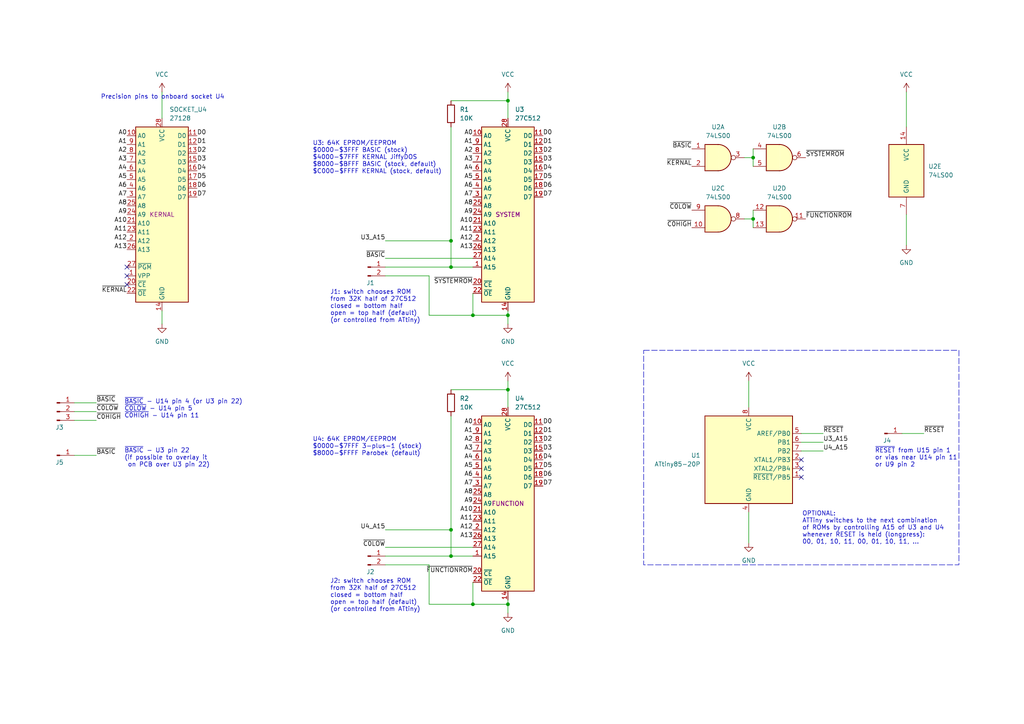
<source format=kicad_sch>
(kicad_sch (version 20250114) (generator "eeschema") (generator_version "9.0")
  (paper "A4")
  (title_block (title "C16 multirom") (date "2026-02-07") (rev "1") (company "YTM Enterprises") (comment 1 "Maciej Witkowiak, <ytm@elysium.pl>"))
  (lib_symbols
    (symbol "74xx:74LS00" (pin_names (offset 1.016))
      (property "Reference" "U" (at 0 1.27 0))
      (property "Value" "74LS00" (at 0 -1.27 0))
      (symbol "74LS00_1_1"
        (arc (start 0 3.81) (mid 3.7934 0) (end 0 -3.81) (stroke (width 0.254)) (fill (type background)))
        (polyline (pts (xy 0 3.81) (xy -3.81 3.81) (xy -3.81 -3.81) (xy 0 -3.81)) (stroke (width 0.254)) (fill (type background)))
        (pin input line (at -7.62 2.54 0) (length 3.81) (name "~") (number "1"))
        (pin input line (at -7.62 -2.54 0) (length 3.81) (name "~") (number "2"))
        (pin output inverted (at 7.62 0 180) (length 3.81) (name "~") (number "3"))
      )
      (symbol "74LS00_1_2"
        (arc (start -3.81 3.81) (mid -2.589 0) (end -3.81 -3.81) (stroke (width 0.254)))
        (polyline (pts (xy -3.81 3.81) (xy -0.635 3.81)) (stroke (width 0.254)) (fill (type background)))
        (polyline (pts (xy -3.81 -3.81) (xy -0.635 -3.81)) (stroke (width 0.254)) (fill (type background)))
        (arc (start 3.81 0) (mid 2.1855 -2.584) (end -0.6096 -3.81) (stroke (width 0.254)) (fill (type background)))
        (arc (start -0.6096 3.81) (mid 2.1928 2.5924) (end 3.81 0) (stroke (width 0.254)) (fill (type background)))
        (polyline (pts (xy -0.635 3.81) (xy -3.81 3.81) (xy -3.81 3.81) (xy -3.556 3.4036) (xy -3.0226 2.2606) (xy -2.6924 1.0414) (xy -2.6162 -0.254) (xy -2.7686 -1.4986) (xy -3.175 -2.7178) (xy -3.81 -3.81) (xy -3.81 -3.81) (xy -0.635 -3.81)) (stroke (width -25.4)) (fill (type background)))
        (pin input inverted (at -7.62 2.54 0) (length 4.318) (name "~") (number "1"))
        (pin input inverted (at -7.62 -2.54 0) (length 4.318) (name "~") (number "2"))
        (pin output line (at 7.62 0 180) (length 3.81) (name "~") (number "3"))
      )
      (symbol "74LS00_2_1"
        (arc (start 0 3.81) (mid 3.7934 0) (end 0 -3.81) (stroke (width 0.254)) (fill (type background)))
        (polyline (pts (xy 0 3.81) (xy -3.81 3.81) (xy -3.81 -3.81) (xy 0 -3.81)) (stroke (width 0.254)) (fill (type background)))
        (pin input line (at -7.62 2.54 0) (length 3.81) (name "~") (number "4"))
        (pin input line (at -7.62 -2.54 0) (length 3.81) (name "~") (number "5"))
        (pin output inverted (at 7.62 0 180) (length 3.81) (name "~") (number "6"))
      )
      (symbol "74LS00_2_2"
        (arc (start -3.81 3.81) (mid -2.589 0) (end -3.81 -3.81) (stroke (width 0.254)))
        (polyline (pts (xy -3.81 3.81) (xy -0.635 3.81)) (stroke (width 0.254)) (fill (type background)))
        (polyline (pts (xy -3.81 -3.81) (xy -0.635 -3.81)) (stroke (width 0.254)) (fill (type background)))
        (arc (start 3.81 0) (mid 2.1855 -2.584) (end -0.6096 -3.81) (stroke (width 0.254)) (fill (type background)))
        (arc (start -0.6096 3.81) (mid 2.1928 2.5924) (end 3.81 0) (stroke (width 0.254)) (fill (type background)))
        (polyline (pts (xy -0.635 3.81) (xy -3.81 3.81) (xy -3.81 3.81) (xy -3.556 3.4036) (xy -3.0226 2.2606) (xy -2.6924 1.0414) (xy -2.6162 -0.254) (xy -2.7686 -1.4986) (xy -3.175 -2.7178) (xy -3.81 -3.81) (xy -3.81 -3.81) (xy -0.635 -3.81)) (stroke (width -25.4)) (fill (type background)))
        (pin input inverted (at -7.62 2.54 0) (length 4.318) (name "~") (number "4"))
        (pin input inverted (at -7.62 -2.54 0) (length 4.318) (name "~") (number "5"))
        (pin output line (at 7.62 0 180) (length 3.81) (name "~") (number "6"))
      )
      (symbol "74LS00_3_1"
        (arc (start 0 3.81) (mid 3.7934 0) (end 0 -3.81) (stroke (width 0.254)) (fill (type background)))
        (polyline (pts (xy 0 3.81) (xy -3.81 3.81) (xy -3.81 -3.81) (xy 0 -3.81)) (stroke (width 0.254)) (fill (type background)))
        (pin input line (at -7.62 2.54 0) (length 3.81) (name "~") (number "9"))
        (pin input line (at -7.62 -2.54 0) (length 3.81) (name "~") (number "10"))
        (pin output inverted (at 7.62 0 180) (length 3.81) (name "~") (number "8"))
      )
      (symbol "74LS00_3_2"
        (arc (start -3.81 3.81) (mid -2.589 0) (end -3.81 -3.81) (stroke (width 0.254)))
        (polyline (pts (xy -3.81 3.81) (xy -0.635 3.81)) (stroke (width 0.254)) (fill (type background)))
        (polyline (pts (xy -3.81 -3.81) (xy -0.635 -3.81)) (stroke (width 0.254)) (fill (type background)))
        (arc (start 3.81 0) (mid 2.1855 -2.584) (end -0.6096 -3.81) (stroke (width 0.254)) (fill (type background)))
        (arc (start -0.6096 3.81) (mid 2.1928 2.5924) (end 3.81 0) (stroke (width 0.254)) (fill (type background)))
        (polyline (pts (xy -0.635 3.81) (xy -3.81 3.81) (xy -3.81 3.81) (xy -3.556 3.4036) (xy -3.0226 2.2606) (xy -2.6924 1.0414) (xy -2.6162 -0.254) (xy -2.7686 -1.4986) (xy -3.175 -2.7178) (xy -3.81 -3.81) (xy -3.81 -3.81) (xy -0.635 -3.81)) (stroke (width -25.4)) (fill (type background)))
        (pin input inverted (at -7.62 2.54 0) (length 4.318) (name "~") (number "9"))
        (pin input inverted (at -7.62 -2.54 0) (length 4.318) (name "~") (number "10"))
        (pin output line (at 7.62 0 180) (length 3.81) (name "~") (number "8"))
      )
      (symbol "74LS00_4_1"
        (arc (start 0 3.81) (mid 3.7934 0) (end 0 -3.81) (stroke (width 0.254)) (fill (type background)))
        (polyline (pts (xy 0 3.81) (xy -3.81 3.81) (xy -3.81 -3.81) (xy 0 -3.81)) (stroke (width 0.254)) (fill (type background)))
        (pin input line (at -7.62 2.54 0) (length 3.81) (name "~") (number "12"))
        (pin input line (at -7.62 -2.54 0) (length 3.81) (name "~") (number "13"))
        (pin output inverted (at 7.62 0 180) (length 3.81) (name "~") (number "11"))
      )
      (symbol "74LS00_4_2"
        (arc (start -3.81 3.81) (mid -2.589 0) (end -3.81 -3.81) (stroke (width 0.254)))
        (polyline (pts (xy -3.81 3.81) (xy -0.635 3.81)) (stroke (width 0.254)) (fill (type background)))
        (polyline (pts (xy -3.81 -3.81) (xy -0.635 -3.81)) (stroke (width 0.254)) (fill (type background)))
        (arc (start 3.81 0) (mid 2.1855 -2.584) (end -0.6096 -3.81) (stroke (width 0.254)) (fill (type background)))
        (arc (start -0.6096 3.81) (mid 2.1928 2.5924) (end 3.81 0) (stroke (width 0.254)) (fill (type background)))
        (polyline (pts (xy -0.635 3.81) (xy -3.81 3.81) (xy -3.81 3.81) (xy -3.556 3.4036) (xy -3.0226 2.2606) (xy -2.6924 1.0414) (xy -2.6162 -0.254) (xy -2.7686 -1.4986) (xy -3.175 -2.7178) (xy -3.81 -3.81) (xy -3.81 -3.81) (xy -0.635 -3.81)) (stroke (width -25.4)) (fill (type background)))
        (pin input inverted (at -7.62 2.54 0) (length 4.318) (name "~") (number "12"))
        (pin input inverted (at -7.62 -2.54 0) (length 4.318) (name "~") (number "13"))
        (pin output line (at 7.62 0 180) (length 3.81) (name "~") (number "11"))
      )
      (symbol "74LS00_5_0"
        (pin power_in line (at 0 12.7 270) (length 5.08) (name "VCC") (number "14"))
        (pin power_in line (at 0 -12.7 90) (length 5.08) (name "GND") (number "7"))
      )
      (symbol "74LS00_5_1"
        (rectangle (start -5.08 7.62) (end 5.08 -7.62) (stroke (width 0.254)) (fill (type background)))
      )
    )
    (symbol "Connector:Conn_01x01_Pin" (pin_names (offset 1.016) (hide yes))
      (property "Reference" "J" (at 0 2.54 0))
      (property "Value" "Conn_01x01_Pin" (at 0 -2.54 0))
      (symbol "Conn_01x01_Pin_1_1"
        (rectangle (start 0.8636 0.127) (end 0 -0.127) (stroke (width 0.1524)) (fill (type outline)))
        (polyline (pts (xy 1.27 0) (xy 0.8636 0)) (stroke (width 0.1524)))
        (pin passive line (at 5.08 0 180) (length 3.81) (name "Pin_1") (number "1"))
      )
    )
    (symbol "Connector:Conn_01x02_Pin" (pin_names (offset 1.016) (hide yes))
      (property "Reference" "J" (at 0 2.54 0))
      (property "Value" "Conn_01x02_Pin" (at 0 -5.08 0))
      (symbol "Conn_01x02_Pin_1_1"
        (rectangle (start 0.8636 0.127) (end 0 -0.127) (stroke (width 0.1524)) (fill (type outline)))
        (rectangle (start 0.8636 -2.413) (end 0 -2.667) (stroke (width 0.1524)) (fill (type outline)))
        (polyline (pts (xy 1.27 0) (xy 0.8636 0)) (stroke (width 0.1524)))
        (polyline (pts (xy 1.27 -2.54) (xy 0.8636 -2.54)) (stroke (width 0.1524)))
        (pin passive line (at 5.08 0 180) (length 3.81) (name "Pin_1") (number "1"))
        (pin passive line (at 5.08 -2.54 180) (length 3.81) (name "Pin_2") (number "2"))
      )
    )
    (symbol "Connector:Conn_01x03_Pin" (pin_names (offset 1.016) (hide yes))
      (property "Reference" "J" (at 0 5.08 0))
      (property "Value" "Conn_01x03_Pin" (at 0 -5.08 0))
      (symbol "Conn_01x03_Pin_1_1"
        (rectangle (start 0.8636 2.667) (end 0 2.413) (stroke (width 0.1524)) (fill (type outline)))
        (rectangle (start 0.8636 0.127) (end 0 -0.127) (stroke (width 0.1524)) (fill (type outline)))
        (rectangle (start 0.8636 -2.413) (end 0 -2.667) (stroke (width 0.1524)) (fill (type outline)))
        (polyline (pts (xy 1.27 2.54) (xy 0.8636 2.54)) (stroke (width 0.1524)))
        (polyline (pts (xy 1.27 0) (xy 0.8636 0)) (stroke (width 0.1524)))
        (polyline (pts (xy 1.27 -2.54) (xy 0.8636 -2.54)) (stroke (width 0.1524)))
        (pin passive line (at 5.08 2.54 180) (length 3.81) (name "Pin_1") (number "1"))
        (pin passive line (at 5.08 0 180) (length 3.81) (name "Pin_2") (number "2"))
        (pin passive line (at 5.08 -2.54 180) (length 3.81) (name "Pin_3") (number "3"))
      )
    )
    (symbol "Device:R" (pin_numbers (hide yes)) (pin_names (offset 0))
      (property "Reference" "R" (at 2.032 0 90))
      (property "Value" "R" (at 0 0 90))
      (symbol "R_0_1"
        (rectangle (start -1.016 -2.54) (end 1.016 2.54) (stroke (width 0.254)))
      )
      (symbol "R_1_1"
        (pin passive line (at 0 3.81 270) (length 1.27) (name "~") (number "1"))
        (pin passive line (at 0 -3.81 90) (length 1.27) (name "~") (number "2"))
      )
    )
    (symbol "MCU_Microchip_ATtiny:ATtiny85-20P"
      (property "Reference" "U" (at -12.7 13.97 0))
      (property "Value" "ATtiny85-20P" (at 2.54 -13.97 0))
      (symbol "ATtiny85-20P_0_1"
        (rectangle (start -12.7 -12.7) (end 12.7 12.7) (stroke (width 0.254)) (fill (type background)))
      )
      (symbol "ATtiny85-20P_1_1"
        (pin power_in line (at 0 15.24 270) (length 2.54) (name "VCC") (number "8"))
        (pin power_in line (at 0 -15.24 90) (length 2.54) (name "GND") (number "4"))
        (pin bidirectional line (at 15.24 7.62 180) (length 2.54) (name "AREF/PB0") (number "5"))
        (pin bidirectional line (at 15.24 5.08 180) (length 2.54) (name "PB1") (number "6"))
        (pin bidirectional line (at 15.24 2.54 180) (length 2.54) (name "PB2") (number "7"))
        (pin bidirectional line (at 15.24 0 180) (length 2.54) (name "XTAL1/PB3") (number "2"))
        (pin bidirectional line (at 15.24 -2.54 180) (length 2.54) (name "XTAL2/PB4") (number "3"))
        (pin bidirectional line (at 15.24 -5.08 180) (length 2.54) (name "~{RESET}/PB5") (number "1"))
      )
    )
    (symbol "Memory_EPROM:27128"
      (property "Reference" "U" (at -7.62 26.67 0))
      (property "Value" "27128" (at 2.54 -26.67 0))
      (symbol "27128_1_1"
        (rectangle (start -7.62 25.4) (end 7.62 -25.4) (stroke (width 0.254)) (fill (type background)))
        (pin input line (at -10.16 22.86 0) (length 2.54) (name "A0") (number "10"))
        (pin input line (at -10.16 20.32 0) (length 2.54) (name "A1") (number "9"))
        (pin input line (at -10.16 17.78 0) (length 2.54) (name "A2") (number "8"))
        (pin input line (at -10.16 15.24 0) (length 2.54) (name "A3") (number "7"))
        (pin input line (at -10.16 12.7 0) (length 2.54) (name "A4") (number "6"))
        (pin input line (at -10.16 10.16 0) (length 2.54) (name "A5") (number "5"))
        (pin input line (at -10.16 7.62 0) (length 2.54) (name "A6") (number "4"))
        (pin input line (at -10.16 5.08 0) (length 2.54) (name "A7") (number "3"))
        (pin input line (at -10.16 2.54 0) (length 2.54) (name "A8") (number "25"))
        (pin input line (at -10.16 0 0) (length 2.54) (name "A9") (number "24"))
        (pin input line (at -10.16 -2.54 0) (length 2.54) (name "A10") (number "21"))
        (pin input line (at -10.16 -5.08 0) (length 2.54) (name "A11") (number "23"))
        (pin input line (at -10.16 -7.62 0) (length 2.54) (name "A12") (number "2"))
        (pin input line (at -10.16 -10.16 0) (length 2.54) (name "A13") (number "26"))
        (pin input line (at -10.16 -15.24 0) (length 2.54) (name "~{PGM}") (number "27"))
        (pin input line (at -10.16 -17.78 0) (length 2.54) (name "VPP") (number "1"))
        (pin input line (at -10.16 -20.32 0) (length 2.54) (name "~{CE}") (number "20"))
        (pin input line (at -10.16 -22.86 0) (length 2.54) (name "~{OE}") (number "22"))
        (pin power_in line (at 0 27.94 270) (length 2.54) (name "VCC") (number "28"))
        (pin power_in line (at 0 -27.94 90) (length 2.54) (name "GND") (number "14"))
        (pin tri_state line (at 10.16 22.86 180) (length 2.54) (name "D0") (number "11"))
        (pin tri_state line (at 10.16 20.32 180) (length 2.54) (name "D1") (number "12"))
        (pin tri_state line (at 10.16 17.78 180) (length 2.54) (name "D2") (number "13"))
        (pin tri_state line (at 10.16 15.24 180) (length 2.54) (name "D3") (number "15"))
        (pin tri_state line (at 10.16 12.7 180) (length 2.54) (name "D4") (number "16"))
        (pin tri_state line (at 10.16 10.16 180) (length 2.54) (name "D5") (number "17"))
        (pin tri_state line (at 10.16 7.62 180) (length 2.54) (name "D6") (number "18"))
        (pin tri_state line (at 10.16 5.08 180) (length 2.54) (name "D7") (number "19"))
      )
    )
    (symbol "Memory_EPROM:27C512"
      (property "Reference" "U" (at -7.62 26.67 0))
      (property "Value" "27C512" (at 2.54 -26.67 0))
      (symbol "27C512_1_1"
        (rectangle (start -7.62 25.4) (end 7.62 -25.4) (stroke (width 0.254)) (fill (type background)))
        (pin input line (at -10.16 22.86 0) (length 2.54) (name "A0") (number "10"))
        (pin input line (at -10.16 20.32 0) (length 2.54) (name "A1") (number "9"))
        (pin input line (at -10.16 17.78 0) (length 2.54) (name "A2") (number "8"))
        (pin input line (at -10.16 15.24 0) (length 2.54) (name "A3") (number "7"))
        (pin input line (at -10.16 12.7 0) (length 2.54) (name "A4") (number "6"))
        (pin input line (at -10.16 10.16 0) (length 2.54) (name "A5") (number "5"))
        (pin input line (at -10.16 7.62 0) (length 2.54) (name "A6") (number "4"))
        (pin input line (at -10.16 5.08 0) (length 2.54) (name "A7") (number "3"))
        (pin input line (at -10.16 2.54 0) (length 2.54) (name "A8") (number "25"))
        (pin input line (at -10.16 0 0) (length 2.54) (name "A9") (number "24"))
        (pin input line (at -10.16 -2.54 0) (length 2.54) (name "A10") (number "21"))
        (pin input line (at -10.16 -5.08 0) (length 2.54) (name "A11") (number "23"))
        (pin input line (at -10.16 -7.62 0) (length 2.54) (name "A12") (number "2"))
        (pin input line (at -10.16 -10.16 0) (length 2.54) (name "A13") (number "26"))
        (pin input line (at -10.16 -12.7 0) (length 2.54) (name "A14") (number "27"))
        (pin input line (at -10.16 -15.24 0) (length 2.54) (name "A15") (number "1"))
        (pin input line (at -10.16 -20.32 0) (length 2.54) (name "~{CE}") (number "20"))
        (pin input line (at -10.16 -22.86 0) (length 2.54) (name "~{OE}") (number "22"))
        (pin power_in line (at 0 27.94 270) (length 2.54) (name "VCC") (number "28"))
        (pin power_in line (at 0 -27.94 90) (length 2.54) (name "GND") (number "14"))
        (pin tri_state line (at 10.16 22.86 180) (length 2.54) (name "D0") (number "11"))
        (pin tri_state line (at 10.16 20.32 180) (length 2.54) (name "D1") (number "12"))
        (pin tri_state line (at 10.16 17.78 180) (length 2.54) (name "D2") (number "13"))
        (pin tri_state line (at 10.16 15.24 180) (length 2.54) (name "D3") (number "15"))
        (pin tri_state line (at 10.16 12.7 180) (length 2.54) (name "D4") (number "16"))
        (pin tri_state line (at 10.16 10.16 180) (length 2.54) (name "D5") (number "17"))
        (pin tri_state line (at 10.16 7.62 180) (length 2.54) (name "D6") (number "18"))
        (pin tri_state line (at 10.16 5.08 180) (length 2.54) (name "D7") (number "19"))
      )
    )
    (symbol "power:GND" (power) (pin_names (offset 0))
      (property "Value" "GND" (at 0 -3.81 0))
      (symbol "GND_0_1"
        (polyline (pts (xy 0 0) (xy 0 -1.27) (xy 1.27 -1.27) (xy 0 -2.54) (xy -1.27 -1.27) (xy 0 -1.27)))
      )
      (symbol "GND_1_1"
        (pin power_in line (at 0 0 270) (length 0) (hide yes) (name "GND") (number "1"))
      )
    )
    (symbol "power:VCC" (power) (pin_names (offset 0))
      (property "Value" "VCC" (at 0 3.81 0))
      (symbol "VCC_0_1"
        (polyline (pts (xy -0.762 1.27) (xy 0 2.54)))
        (polyline (pts (xy 0 2.54) (xy 0.762 1.27)))
        (polyline (pts (xy 0 0) (xy 0 2.54)))
      )
      (symbol "VCC_1_1"
        (pin power_in line (at 0 0 90) (length 0) (hide yes) (name "VCC") (number "1"))
      )
    )
  )
  (rectangle (start 186.69 101.6) (end 278.13 163.83) (stroke (width 0) (type dash)))
  (text "~{RESET} from U15 pin 1\nor vias near U14 pin 11\nor U9 pin 2" (at 253.746 132.842 0) (effects (font (size 1.27 1.27)) (justify left)))
  (text "U3: 64K EPROM/EEPROM\n$0000-$3FFF BASIC (stock)\n$4000-$7FFF KERNAL JiffyDOS\n$8000-$BFFF BASIC (stock, default)\n$C000-$FFFF KERNAL (stock, default)" (at 90.678 45.72 0) (effects (font (size 1.27 1.27)) (justify left)))
  (text "U4: 64K EPROM/EEPROM\n$0000-$7FFF 3-plus-1 (stock)\n$8000-$FFFF Parobek (default)" (at 90.678 129.54 0) (effects (font (size 1.27 1.27)) (justify left)))
  (text "Precision pins to onboard socket U4" (at 29.21 28.194 0) (effects (font (size 1.27 1.27)) (justify left)))
  (text "~{BASIC} - U3 pin 22\n(if possible to overlay it\n on PCB over U3 pin 22)" (at 36.068 132.842 0) (effects (font (size 1.27 1.27)) (justify left)))
  (text "J2: switch chooses ROM\nfrom 32K half of 27C512\nclosed = bottom half\nopen = top half (default)\n(or controlled from ATtiny)" (at 95.758 177.546 0) (effects (font (size 1.27 1.27)) (justify left bottom)))
  (text "J1: switch chooses ROM\nfrom 32K half of 27C512\nclosed = bottom half\nopen = top half (default)\n(or controlled from ATtiny)" (at 95.758 93.726 0) (effects (font (size 1.27 1.27)) (justify left bottom)))
  (text "OPTIONAL:\nATTiny switches to the next combination\nof ROMs by controlling A15 of U3 and U4\nwhenever RESET is held (longpress):\n00, 01, 10, 11, 00, 01, 10, 11, ..." (at 232.664 153.162 0) (effects (font (size 1.27 1.27)) (justify left)))
  (text "~{BASIC} - U14 pin 4 (or U3 pin 22)\n~{C0LOW} - U14 pin 5\n~{C0HIGH} - U14 pin 11" (at 36.068 118.618 0) (effects (font (size 1.27 1.27)) (justify left)))
  (junction (at 147.32 91.44))
  (junction (at 147.32 113.03))
  (junction (at 130.81 153.67))
  (junction (at 147.32 175.26))
  (junction (at 137.16 175.26))
  (junction (at 130.81 77.47))
  (junction (at 130.81 69.85))
  (junction (at 130.81 161.29))
  (junction (at 137.16 91.44))
  (junction (at 147.32 29.21))
  (junction (at 218.44 45.72))
  (junction (at 218.44 63.5))
  (no_connect (at 232.41 135.89))
  (no_connect (at 36.83 80.01))
  (no_connect (at 232.41 133.35))
  (no_connect (at 36.83 77.47))
  (no_connect (at 232.41 138.43))
  (no_connect (at 36.83 82.55))
  (wire (pts (xy 232.41 130.81) (xy 238.76 130.81)))
  (wire (pts (xy 130.81 69.85) (xy 130.81 77.47)))
  (wire (pts (xy 124.46 80.01) (xy 124.46 91.44)))
  (wire (pts (xy 46.99 90.17) (xy 46.99 93.98)))
  (wire (pts (xy 147.32 29.21) (xy 147.32 34.29)))
  (wire (pts (xy 21.59 121.92) (xy 27.94 121.92)))
  (wire (pts (xy 137.16 168.91) (xy 137.16 175.26)))
  (wire (pts (xy 261.62 125.73) (xy 267.97 125.73)))
  (wire (pts (xy 130.81 77.47) (xy 137.16 77.47)))
  (wire (pts (xy 130.81 29.21) (xy 147.32 29.21)))
  (wire (pts (xy 262.89 62.23) (xy 262.89 71.12)))
  (wire (pts (xy 215.9 63.5) (xy 218.44 63.5)))
  (wire (pts (xy 137.16 85.09) (xy 137.16 91.44)))
  (wire (pts (xy 111.76 77.47) (xy 130.81 77.47)))
  (wire (pts (xy 215.9 45.72) (xy 218.44 45.72)))
  (wire (pts (xy 147.32 113.03) (xy 147.32 118.11)))
  (wire (pts (xy 217.17 148.59) (xy 217.17 157.48)))
  (wire (pts (xy 124.46 91.44) (xy 137.16 91.44)))
  (wire (pts (xy 218.44 43.18) (xy 218.44 45.72)))
  (wire (pts (xy 111.76 80.01) (xy 124.46 80.01)))
  (wire (pts (xy 137.16 175.26) (xy 147.32 175.26)))
  (wire (pts (xy 130.81 120.65) (xy 130.81 153.67)))
  (wire (pts (xy 124.46 175.26) (xy 137.16 175.26)))
  (wire (pts (xy 111.76 74.93) (xy 137.16 74.93)))
  (wire (pts (xy 147.32 90.17) (xy 147.32 91.44)))
  (wire (pts (xy 130.81 153.67) (xy 130.81 161.29)))
  (wire (pts (xy 111.76 163.83) (xy 124.46 163.83)))
  (wire (pts (xy 46.99 26.67) (xy 46.99 34.29)))
  (wire (pts (xy 130.81 36.83) (xy 130.81 69.85)))
  (wire (pts (xy 111.76 69.85) (xy 130.81 69.85)))
  (wire (pts (xy 137.16 91.44) (xy 147.32 91.44)))
  (wire (pts (xy 147.32 26.67) (xy 147.32 29.21)))
  (wire (pts (xy 262.89 26.67) (xy 262.89 36.83)))
  (wire (pts (xy 217.17 110.49) (xy 217.17 118.11)))
  (wire (pts (xy 147.32 173.99) (xy 147.32 175.26)))
  (wire (pts (xy 111.76 153.67) (xy 130.81 153.67)))
  (wire (pts (xy 21.59 116.84) (xy 27.94 116.84)))
  (wire (pts (xy 124.46 163.83) (xy 124.46 175.26)))
  (wire (pts (xy 147.32 175.26) (xy 147.32 177.8)))
  (wire (pts (xy 218.44 45.72) (xy 218.44 48.26)))
  (wire (pts (xy 218.44 63.5) (xy 218.44 66.04)))
  (wire (pts (xy 232.41 125.73) (xy 238.76 125.73)))
  (wire (pts (xy 147.32 110.49) (xy 147.32 113.03)))
  (wire (pts (xy 111.76 158.75) (xy 137.16 158.75)))
  (wire (pts (xy 111.76 161.29) (xy 130.81 161.29)))
  (wire (pts (xy 21.59 132.08) (xy 27.94 132.08)))
  (wire (pts (xy 130.81 113.03) (xy 147.32 113.03)))
  (wire (pts (xy 21.59 119.38) (xy 27.94 119.38)))
  (wire (pts (xy 130.81 161.29) (xy 137.16 161.29)))
  (wire (pts (xy 232.41 128.27) (xy 238.76 128.27)))
  (wire (pts (xy 218.44 60.96) (xy 218.44 63.5)))
  (wire (pts (xy 147.32 91.44) (xy 147.32 93.98)))
  (label "A2" (at 36.83 44.45 180))
  (label "D7" (at 157.48 140.97 0))
  (label "A12" (at 36.83 69.85 180))
  (label "U3_A15" (at 111.76 69.85 180))
  (label "D0" (at 157.48 39.37 0))
  (label "A0" (at 36.83 39.37 180))
  (label "A3" (at 36.83 46.99 180))
  (label "A9" (at 137.16 62.23 180))
  (label "A9" (at 137.16 146.05 180))
  (label "~{BASIC}" (at 27.94 132.08 0))
  (label "A1" (at 36.83 41.91 180))
  (label "A2" (at 137.16 128.27 180))
  (label "A13" (at 137.16 72.39 180))
  (label "A7" (at 137.16 140.97 180))
  (label "A5" (at 36.83 52.07 180))
  (label "A13" (at 137.16 156.21 180))
  (label "D5" (at 157.48 135.89 0))
  (label "D0" (at 57.15 39.37 0))
  (label "A6" (at 36.83 54.61 180))
  (label "A8" (at 36.83 59.69 180))
  (label "D2" (at 157.48 128.27 0))
  (label "A11" (at 137.16 151.13 180))
  (label "A6" (at 137.16 54.61 180))
  (label "A10" (at 137.16 64.77 180))
  (label "A6" (at 137.16 138.43 180))
  (label "A1" (at 137.16 41.91 180))
  (label "D3" (at 157.48 130.81 0))
  (label "D7" (at 157.48 57.15 0))
  (label "D5" (at 57.15 52.07 0))
  (label "A5" (at 137.16 135.89 180))
  (label "D4" (at 157.48 133.35 0))
  (label "D6" (at 57.15 54.61 0))
  (label "~{RESET}" (at 238.76 125.73 0))
  (label "D5" (at 157.48 52.07 0))
  (label "U4_A15" (at 111.76 153.67 180))
  (label "A10" (at 137.16 148.59 180))
  (label "A0" (at 137.16 123.19 180))
  (label "~{C0LOW}" (at 111.76 158.75 180))
  (label "A7" (at 137.16 57.15 180))
  (label "~{KERNAL}" (at 36.83 85.09 180))
  (label "A4" (at 137.16 49.53 180))
  (label "A8" (at 137.16 143.51 180))
  (label "A4" (at 137.16 133.35 180))
  (label "A11" (at 36.83 67.31 180))
  (label "~{C0LOW}" (at 200.66 60.96 180))
  (label "D1" (at 157.48 41.91 0))
  (label "D2" (at 57.15 44.45 0))
  (label "D3" (at 157.48 46.99 0))
  (label "D0" (at 157.48 123.19 0))
  (label "A4" (at 36.83 49.53 180))
  (label "U4_A15" (at 238.76 130.81 0))
  (label "A3" (at 137.16 130.81 180))
  (label "D4" (at 157.48 49.53 0))
  (label "A2" (at 137.16 44.45 180))
  (label "~{C0HIGH}" (at 200.66 66.04 180))
  (label "D6" (at 157.48 54.61 0))
  (label "A13" (at 36.83 72.39 180))
  (label "A1" (at 137.16 125.73 180))
  (label "A3" (at 137.16 46.99 180))
  (label "A5" (at 137.16 52.07 180))
  (label "A9" (at 36.83 62.23 180))
  (label "~{BASIC}" (at 27.94 116.84 0))
  (label "D2" (at 157.48 44.45 0))
  (label "D7" (at 57.15 57.15 0))
  (label "D1" (at 57.15 41.91 0))
  (label "~{FUNCTIONROM}" (at 233.68 63.5 0))
  (label "D3" (at 57.15 46.99 0))
  (label "~{BASIC}" (at 200.66 43.18 180))
  (label "A7" (at 36.83 57.15 180))
  (label "~{SYSTEMROM}" (at 137.16 82.55 180))
  (label "A10" (at 36.83 64.77 180))
  (label "A0" (at 137.16 39.37 180))
  (label "D4" (at 57.15 49.53 0))
  (label "~{C0LOW}" (at 27.94 119.38 0))
  (label "~{SYSTEMROM}" (at 233.68 45.72 0))
  (label "~{RESET}" (at 267.97 125.73 0))
  (label "~{KERNAL}" (at 200.66 48.26 180))
  (label "D1" (at 157.48 125.73 0))
  (label "A12" (at 137.16 153.67 180))
  (label "~{C0HIGH}" (at 27.94 121.92 0))
  (label "D6" (at 157.48 138.43 0))
  (label "~{BASIC}" (at 111.76 74.93 180))
  (label "A8" (at 137.16 59.69 180))
  (label "~{FUNCTIONROM}" (at 137.16 166.37 180))
  (label "U3_A15" (at 238.76 128.27 0))
  (label "A11" (at 137.16 67.31 180))
  (label "A12" (at 137.16 69.85 180))
  (symbol (lib_id "power:GND") (at 46.99 93.98 0) (unit 1)
    (property "Reference" "#PWR06" (effects (hide yes)))
    (property "Value" "GND" (at 46.99 99.06 0))
  )
  (symbol (lib_id "Memory_EPROM:27128") (at 46.99 62.23 0) (unit 1) (in_bom no)
    (property "Reference" "SOCKET_U4" (at 49.1333 31.75 0) (effects (justify left)))
    (property "Value" "27128" (at 49.1333 34.29 0) (effects (justify left)))
    (property "Footprint" "Package_DIP:DIP-28_W15.24mm_Socket" (effects (hide yes)))
    (property "Datasheet" "http://eeshop.unl.edu/pdf/27128.pdf" (effects (hide yes)))
    (property "Description" "KERNAL" (at 46.99 62.23 0))
  )
  (symbol (lib_id "Connector:Conn_01x02_Pin") (at 106.68 161.29 0) (unit 1)
    (property "Reference" "J2" (at 107.442 165.862 0))
    (property "Value" "Conn_01x02_Pin" (effects (hide yes)))
    (property "Footprint" "Connector_PinHeader_2.54mm:PinHeader_1x02_P2.54mm_Vertical" (effects (hide yes)))
    (property "Description" "Generic connector, single row, 01x02, script generated" (effects (hide yes)))
  )
  (symbol (lib_id "MCU_Microchip_ATtiny:ATtiny85-20P") (at 217.17 133.35 0) (unit 1)
    (property "Reference" "U1" (at 203.2 132.0799 0) (effects (justify right)))
    (property "Value" "ATtiny85-20P" (at 203.2 134.6199 0) (effects (justify right)))
    (property "Footprint" "Package_DIP:DIP-8_W7.62mm_Socket_LongPads" (effects (hide yes)))
    (property "Datasheet" "http://ww1.microchip.com/downloads/en/DeviceDoc/atmel-2586-avr-8-bit-microcontroller-attiny25-attiny45-attiny85_datasheet.pdf" (effects (hide yes)))
    (property "Description" "20MHz, 8kB Flash, 512B SRAM, 512B EEPROM, debugWIRE, DIP-8" (effects (hide yes)))
  )
  (symbol (lib_id "power:VCC") (at 262.89 26.67 0) (unit 1)
    (property "Reference" "#PWR08" (effects (hide yes)))
    (property "Value" "VCC" (at 262.89 21.59 0))
  )
  (symbol (lib_id "74xx:74LS00") (at 226.06 45.72 0) (unit 2)
    (property "Reference" "U2" (at 226.0517 36.83 0))
    (property "Value" "74LS00" (at 226.0517 39.37 0))
    (property "Footprint" "Package_DIP:DIP-14_W7.62mm_Socket_LongPads" (effects (hide yes)))
    (property "Datasheet" "http://www.ti.com/lit/gpn/sn74ls00" (effects (hide yes)))
    (property "Description" "quad 2-input NAND gate" (effects (hide yes)))
  )
  (symbol (lib_id "power:VCC") (at 147.32 26.67 0) (unit 1)
    (property "Reference" "#PWR01" (effects (hide yes)))
    (property "Value" "VCC" (at 147.32 21.59 0))
  )
  (symbol (lib_id "Connector:Conn_01x02_Pin") (at 106.68 77.47 0) (unit 1)
    (property "Reference" "J1" (at 107.442 82.042 0))
    (property "Value" "Conn_01x02_Pin" (effects (hide yes)))
    (property "Footprint" "Connector_PinHeader_2.54mm:PinHeader_1x02_P2.54mm_Vertical" (effects (hide yes)))
    (property "Description" "Generic connector, single row, 01x02, script generated" (effects (hide yes)))
  )
  (symbol (lib_id "Memory_EPROM:27C512") (at 147.32 146.05 0) (unit 1)
    (property "Reference" "U4" (at 149.3394 115.57 0) (effects (justify left)))
    (property "Value" "27C512" (at 149.3394 118.11 0) (effects (justify left)))
    (property "Footprint" "Package_DIP:DIP-28_W15.24mm_Socket_LongPads" (effects (hide yes)))
    (property "Datasheet" "http://ww1.microchip.com/downloads/en/DeviceDoc/doc0015.pdf" (effects (hide yes)))
    (property "Description" "FUNCTION" (at 147.32 146.05 0))
  )
  (symbol (lib_id "power:GND") (at 147.32 177.8 0) (unit 1)
    (property "Reference" "#PWR010" (effects (hide yes)))
    (property "Value" "GND" (at 147.32 182.88 0))
  )
  (symbol (lib_id "74xx:74LS00") (at 262.89 49.53 0) (unit 5)
    (property "Reference" "U2" (at 269.24 48.2599 0) (effects (justify left)))
    (property "Value" "74LS00" (at 269.24 50.7999 0) (effects (justify left)))
    (property "Footprint" "Package_DIP:DIP-14_W7.62mm_Socket_LongPads" (effects (hide yes)))
    (property "Datasheet" "http://www.ti.com/lit/gpn/sn74ls00" (effects (hide yes)))
    (property "Description" "quad 2-input NAND gate" (effects (hide yes)))
  )
  (symbol (lib_id "power:VCC") (at 46.99 26.67 0) (unit 1)
    (property "Reference" "#PWR03" (effects (hide yes)))
    (property "Value" "VCC" (at 46.99 21.59 0))
  )
  (symbol (lib_id "power:GND") (at 147.32 93.98 0) (unit 1)
    (property "Reference" "#PWR02" (effects (hide yes)))
    (property "Value" "GND" (at 147.32 99.06 0))
  )
  (symbol (lib_id "power:VCC") (at 217.17 110.49 0) (unit 1)
    (property "Reference" "#PWR011" (effects (hide yes)))
    (property "Value" "VCC" (at 217.17 105.41 0))
  )
  (symbol (lib_id "Connector:Conn_01x03_Pin") (at 16.51 119.38 0) (unit 1)
    (property "Reference" "J3" (at 17.272 123.952 0))
    (property "Value" "Conn_01x01_Pin" (effects (hide yes)))
    (property "Footprint" "Connector_PinHeader_2.54mm:PinHeader_1x03_P2.54mm_Vertical" (effects (hide yes)))
    (property "Description" "Generic connector, single row, 01x03, script generated" (effects (hide yes)))
  )
  (symbol (lib_id "power:VCC") (at 147.32 110.49 0) (unit 1)
    (property "Reference" "#PWR09" (effects (hide yes)))
    (property "Value" "VCC" (at 147.32 105.41 0))
  )
  (symbol (lib_id "Connector:Conn_01x01_Pin") (at 256.54 125.73 0) (unit 1)
    (property "Reference" "J4" (at 257.302 127.762 0))
    (property "Value" "Conn_01x01_Pin" (effects (hide yes)))
    (property "Footprint" "Connector_PinHeader_2.54mm:PinHeader_1x01_P2.54mm_Vertical" (effects (hide yes)))
    (property "Description" "Generic connector, single row, 01x01, script generated" (effects (hide yes)))
  )
  (symbol (lib_id "Device:R") (at 130.81 116.84 0) (unit 1)
    (property "Reference" "R2" (at 133.35 115.5699 0) (effects (justify left)))
    (property "Value" "10K" (at 133.35 118.1099 0) (effects (justify left)))
    (property "Footprint" "Resistor_THT:R_Axial_DIN0207_L6.3mm_D2.5mm_P7.62mm_Horizontal" (effects (hide yes)))
  )
  (symbol (lib_id "Connector:Conn_01x01_Pin") (at 16.51 132.08 0) (unit 1)
    (property "Reference" "J5" (at 17.272 134.112 0))
    (property "Value" "Conn_01x01_Pin" (effects (hide yes)))
    (property "Footprint" "Connector_PinHeader_2.54mm:PinHeader_1x01_P2.54mm_Vertical" (effects (hide yes)))
    (property "Description" "Generic connector, single row, 01x01, script generated" (effects (hide yes)))
  )
  (symbol (lib_id "Memory_EPROM:27C512") (at 147.32 62.23 0) (unit 1)
    (property "Reference" "U3" (at 149.3394 31.75 0) (effects (justify left)))
    (property "Value" "27C512" (at 149.3394 34.29 0) (effects (justify left)))
    (property "Footprint" "Package_DIP:DIP-28_W15.24mm_Socket_LongPads" (effects (hide yes)))
    (property "Datasheet" "http://ww1.microchip.com/downloads/en/DeviceDoc/doc0015.pdf" (effects (hide yes)))
    (property "Description" "SYSTEM" (at 147.32 62.23 0))
  )
  (symbol (lib_id "power:GND") (at 262.89 71.12 0) (unit 1)
    (property "Reference" "#PWR07" (effects (hide yes)))
    (property "Value" "GND" (at 262.89 76.2 0))
  )
  (symbol (lib_id "74xx:74LS00") (at 226.06 63.5 0) (unit 4)
    (property "Reference" "U2" (at 226.0517 54.61 0))
    (property "Value" "74LS00" (at 226.0517 57.15 0))
    (property "Footprint" "Package_DIP:DIP-14_W7.62mm_Socket_LongPads" (effects (hide yes)))
    (property "Datasheet" "http://www.ti.com/lit/gpn/sn74ls00" (effects (hide yes)))
    (property "Description" "quad 2-input NAND gate" (effects (hide yes)))
  )
  (symbol (lib_id "74xx:74LS00") (at 208.28 45.72 0) (unit 1)
    (property "Reference" "U2" (at 208.2717 36.83 0))
    (property "Value" "74LS00" (at 208.2717 39.37 0))
    (property "Footprint" "Package_DIP:DIP-14_W7.62mm_Socket_LongPads" (effects (hide yes)))
    (property "Datasheet" "http://www.ti.com/lit/gpn/sn74ls00" (effects (hide yes)))
    (property "Description" "quad 2-input NAND gate" (effects (hide yes)))
  )
  (symbol (lib_id "power:GND") (at 217.17 157.48 0) (unit 1)
    (property "Reference" "#PWR012" (effects (hide yes)))
    (property "Value" "GND" (at 217.17 162.56 0))
  )
  (symbol (lib_id "Device:R") (at 130.81 33.02 0) (unit 1)
    (property "Reference" "R1" (at 133.35 31.7499 0) (effects (justify left)))
    (property "Value" "10K" (at 133.35 34.2899 0) (effects (justify left)))
    (property "Footprint" "Resistor_THT:R_Axial_DIN0207_L6.3mm_D2.5mm_P7.62mm_Horizontal" (effects (hide yes)))
  )
  (symbol (lib_id "74xx:74LS00") (at 208.28 63.5 0) (unit 3)
    (property "Reference" "U2" (at 208.2717 54.61 0))
    (property "Value" "74LS00" (at 208.2717 57.15 0))
    (property "Footprint" "Package_DIP:DIP-14_W7.62mm_Socket_LongPads" (effects (hide yes)))
    (property "Datasheet" "http://www.ti.com/lit/gpn/sn74ls00" (effects (hide yes)))
    (property "Description" "quad 2-input NAND gate" (effects (hide yes)))
  )
)
</source>
